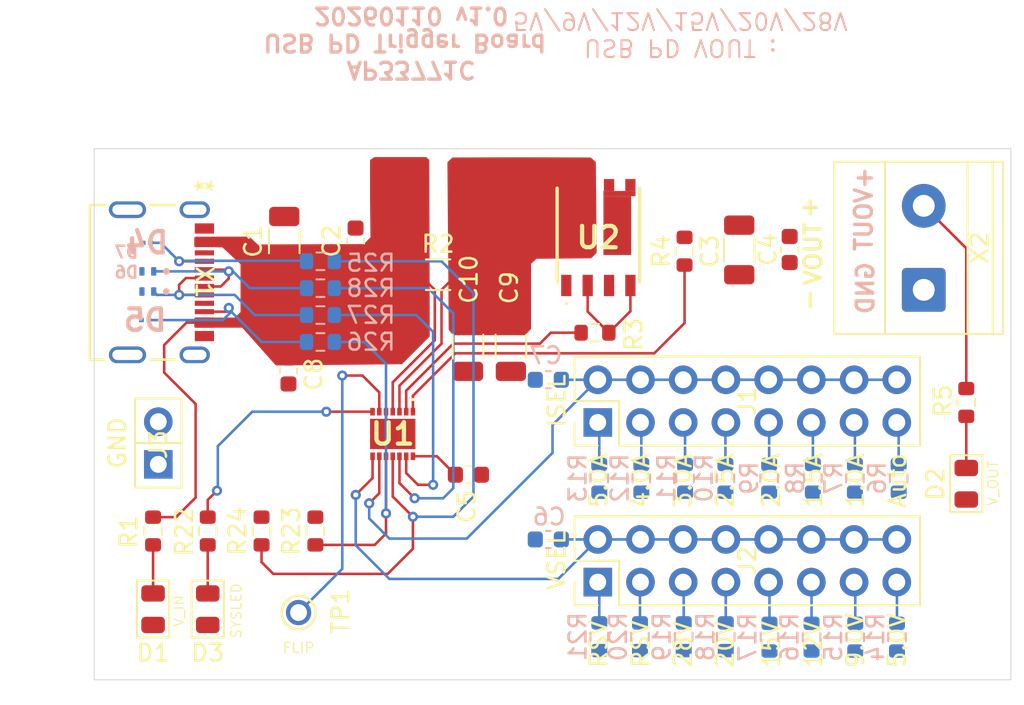
<source format=kicad_pcb>
(kicad_pcb (version 20241229) (generator "pcbnew") (generator_version "9.0")
  (layers (0 "F.Cu" signal) (2 "B.Cu" power) (13 "F.Paste" user) (15 "B.Paste" user) (5 "F.SilkS" user "F.Silkscreen") (7 "B.SilkS" user "B.Silkscreen") (1 "F.Mask" user) (3 "B.Mask" user) (25 "Edge.Cuts" user))
  (net 0 "")
  (net 1 "GND")
  (net 2 "/VBUS")
  (net 3 "/VOUT")
  (net 4 "Net-(U1-V5V)")
  (net 5 "Net-(J2-Pin_10)")
  (net 6 "Net-(J1-Pin_10)")
  (net 7 "Net-(U1-VCC)")
  (net 8 "Net-(D1-A)")
  (net 9 "Net-(D2-A)")
  (net 10 "Net-(D3-A)")
  (net 11 "/CC2")
  (net 12 "/CC1")
  (net 13 "/DP")
  (net 14 "/DN")
  (net 15 "Net-(J1-Pin_11)")
  (net 16 "Net-(J1-Pin_15)")
  (net 17 "Net-(J1-Pin_13)")
  (net 18 "Net-(J1-Pin_5)")
  (net 19 "Net-(J1-Pin_9)")
  (net 20 "Net-(J1-Pin_7)")
  (net 21 "Net-(J1-Pin_3)")
  (net 22 "Net-(J1-Pin_1)")
  (net 23 "Net-(J2-Pin_1)")
  (net 24 "Net-(J2-Pin_5)")
  (net 25 "Net-(J2-Pin_13)")
  (net 26 "Net-(J2-Pin_15)")
  (net 27 "Net-(J2-Pin_9)")
  (net 28 "Net-(J2-Pin_7)")
  (net 29 "Net-(J2-Pin_3)")
  (net 30 "Net-(J2-Pin_11)")
  (net 31 "Net-(U1-PWR_EN)")
  (net 32 "Net-(U2-G1)")
  (net 33 "Net-(U1-VOUT)")
  (net 34 "Net-(U1-LED)")
  (net 35 "Net-(U1-CC2)")
  (net 36 "Net-(U1-CC1)")
  (net 37 "Net-(U1-DP)")
  (net 38 "Net-(U1-DN)")
  (net 39 "Net-(U1-FLIP)")
  (net 40 "Net-(U2-S1)")
  (footprint "Capacitor_SMD:C_1206_3216Metric" (layer "F.Cu") (at 99.525 83.275 -90)
    (property "Reference" "C9")
    (property "Value" "10uF/50V")
  )
  (footprint "Capacitor_SMD:C_1206_3216Metric" (layer "F.Cu") (at 96.975 83.275 -90)
    (property "Reference" "C10")
    (property "Value" "10uF/50V")
  )
  (footprint "Resistor_SMD:R_0603_1608Metric" (layer "F.Cu") (at 84.7 94.25 90)
    (property "Reference" "R24")
    (property "Value" "5.1k")
  )
  (footprint "Capacitor_SMD:C_0603_1608Metric" (layer "F.Cu") (at 86.3 84.725 -90)
    (property "Reference" "C8")
    (property "Value" "100nF")
  )
  (footprint "Connector_PinHeader_2.54mm:PinHeader_1x02_P2.54mm_Vertical" (layer "F.Cu") (at 78.56 90.285 180)
    (property "Reference" "J3")
    (property "Value" "Conn_01x02")
  )
  (footprint "Resistor_SMD:R_0603_1608Metric" (layer "F.Cu") (at 126.6 86.6 -90)
    (property "Reference" "R5")
    (property "Value" "100k")
  )
  (footprint "LED_SMD:LED_0805_2012Metric" (layer "F.Cu") (at 126.6 91.4375 90)
    (property "Reference" "D2")
    (property "Value" "LED")
  )
  (footprint "Capacitor_SMD:C_0603_1608Metric" (layer "F.Cu") (at 116.1 77.5 -90)
    (property "Reference" "C4")
    (property "Value" "100nF")
  )
  (footprint "LED_SMD:LED_0805_2012Metric" (layer "F.Cu") (at 81.5 98.9 90)
    (property "Reference" "D3")
    (property "Value" "LED")
  )
  (footprint "Capacitor_SMD:C_0603_1608Metric" (layer "F.Cu") (at 90.29 77 90)
    (property "Reference" "C2")
    (property "Value" "100nF")
  )
  (footprint "Resistor_SMD:R_0603_1608Metric" (layer "F.Cu") (at 109.85 77.6 -90)
    (property "Reference" "R4")
    (property "Value" "200R")
  )
  (footprint "Connector_PinHeader_2.54mm:PinHeader_2x08_P2.54mm_Vertical" (layer "F.Cu") (at 104.69 97.29 90)
    (property "Reference" "J2")
    (property "Value" "Conn_02x08_Odd_Even")
  )
  (footprint "Resistor_SMD:R_0603_1608Metric" (layer "F.Cu") (at 81.5 94.25 -90)
    (property "Reference" "R22")
    (property "Value" "1k")
  )
  (footprint "Resistor_SMD:R_1206_3216Metric" (layer "F.Cu") (at 95.2 79)
    (property "Reference" "R2")
    (property "Value" "5mR")
  )
  (footprint "Resistor_SMD:R_0603_1608Metric" (layer "F.Cu") (at 104.525 82.45 180)
    (property "Reference" "R3")
    (property "Value" "6.2k")
  )
  (footprint "Resistor_SMD:R_0603_1608Metric" (layer "F.Cu") (at 78.25 94.25 -90)
    (property "Reference" "R1")
    (property "Value" "100k")
  )
  (footprint "TerminalBlock_Phoenix:TerminalBlock_Phoenix_MKDS-1,5-2_1x02_P5.00mm_Horizontal" (layer "F.Cu") (at 124.0725 79.9 90)
    (property "Reference" "X2")
    (property "Value" "Screw_Terminal_01x02")
  )
  (footprint "Capacitor_SMD:C_0603_1608Metric" (layer "F.Cu") (at 97 90.9)
    (property "Reference" "C5")
    (property "Value" "1uF/50V")
  )
  (footprint "Capacitor_SMD:C_1206_3216Metric" (layer "F.Cu") (at 86.05 77.01 90)
    (property "Reference" "C1")
    (property "Value" "10uF/50V")
  )
  (footprint "Connector_PinHeader_2.54mm:PinHeader_2x08_P2.54mm_Vertical" (layer "F.Cu") (at 104.69 87.79 90)
    (property "Reference" "J1")
    (property "Value" "Conn_02x08_Odd_Even")
  )
  (footprint "footprints:HP8KB7TB1" (layer "F.Cu") (at 104.725 76.65)
    (property "Reference" "U2")
    (property "Value" "HP8KB7TB1" (hide yes))
  )
  (footprint "TestPoint:TestPoint_Keystone_5000-5004_Miniature" (layer "F.Cu") (at 86.9 99.1)
    (property "Reference" "TP1")
    (property "Value" "TestPoint")
  )
  (footprint "Capacitor_SMD:C_1206_3216Metric" (layer "F.Cu") (at 113.1 77.525 -90)
    (property "Reference" "C3")
    (property "Value" "10uF/50V")
  )
  (footprint "LED_SMD:LED_0805_2012Metric" (layer "F.Cu") (at 78.25 98.9 90)
    (property "Reference" "D1")
    (property "Value" "LED")
  )
  (footprint "Resistor_SMD:R_0603_1608Metric" (layer "F.Cu") (at 87.9 94.25 90)
    (property "Reference" "R23")
    (property "Value" "5.1k")
  )
  (footprint "footprints:2171790001_MOL" (layer "F.Cu") (at 78 79.450001 -90)
    (property "Reference" "X1")
    (property "Value" "2171790001")
  )
  (footprint "footprints:AP33771CFBZ13FA01" (layer "F.Cu") (at 92.5 88.475 180)
    (property "Reference" "U1")
    (property "Value" "AP33771C" (hide yes))
  )
  (footprint "Resistor_SMD:R_0603_1608Metric" (layer "B.Cu") (at 109.8 100.54 -90)
    (property "Reference" "R19")
    (property "Value" "26.1k")
  )
  (footprint "Resistor_SMD:R_0603_1608Metric" (layer "B.Cu") (at 104.78 100.54 -90)
    (property "Reference" "R21")
    (property "Value" "5.1k")
  )
  (footprint "Resistor_SMD:R_0603_1608Metric" (layer "B.Cu") (at 104.78 91.115 -90)
    (property "Reference" "R13")
    (property "Value" "5.1k")
  )
  (footprint "Resistor_SMD:R_0603_1608Metric" (layer "B.Cu") (at 112.3 100.54 -90)
    (property "Reference" "R18")
    (property "Value" "39k")
  )
  (footprint "Resistor_SMD:R_0603_1608Metric" (layer "B.Cu") (at 112.28 91.115 -90)
    (property "Reference" "R10")
    (property "Value" "39k")
  )
  (footprint "Resistor_SMD:R_0603_1608Metric" (layer "B.Cu") (at 122.48 100.565 -90)
    (property "Reference" "R14")
    (property "Value" "100k")
  )
  (footprint "Resistor_SMD:R_0603_1608Metric" (layer "B.Cu") (at 88.2 78.2)
    (property "Reference" "R25")
    (property "Value" "0R")
  )
  (footprint "Resistor_SMD:R_0603_1608Metric" (layer "B.Cu") (at 120 100.565 -90)
    (property "Reference" "R15")
    (property "Value" "82k")
  )
  (footprint "Resistor_SMD:R_0603_1608Metric" (layer "B.Cu") (at 88.2 79.8)
    (property "Reference" "R28")
    (property "Value" "0R")
  )
  (footprint "Capacitor_SMD:C_0603_1608Metric" (layer "B.Cu") (at 101.75 85.25 180)
    (property "Reference" "C7")
    (property "Value" "10nF/50V")
  )
  (footprint "Resistor_SMD:R_0603_1608Metric" (layer "B.Cu") (at 88.2 83)
    (property "Reference" "R26")
    (property "Value" "0R")
  )
  (footprint "Resistor_SMD:R_0603_1608Metric" (layer "B.Cu") (at 119.98 91.115 -90)
    (property "Reference" "R7")
    (property "Value" "82k")
  )
  (footprint "Capacitor_SMD:C_0603_1608Metric" (layer "B.Cu") (at 101.75 94.75 180)
    (property "Reference" "C6")
    (property "Value" "10nF/50V")
  )
  (footprint "Resistor_SMD:R_0603_1608Metric" (layer "B.Cu") (at 109.88 91.115 -90)
    (property "Reference" "R11")
    (property "Value" "26.1k")
  )
  (footprint "footprints:ESD441DPLR" (layer "B.Cu") (at 77.88 77.1 180)
    (property "Reference" "D4")
    (property "Value" "ESD441DPLR" (hide yes))
  )
  (footprint "Resistor_SMD:R_0603_1608Metric" (layer "B.Cu") (at 122.58 91.115 -90)
    (property "Reference" "R6")
    (property "Value" "100k")
  )
  (footprint "Resistor_SMD:R_0603_1608Metric" (layer "B.Cu") (at 114.9 100.565 -90)
    (property "Reference" "R17")
    (property "Value" "51k")
  )
  (footprint "Resistor_SMD:R_0603_1608Metric" (layer "B.Cu") (at 117.48 91.115 -90)
    (property "Reference" "R8")
    (property "Value" "66.5k")
  )
  (footprint "Resistor_SMD:R_0603_1608Metric" (layer "B.Cu") (at 114.88 91.115 -90)
    (property "Reference" "R9")
    (property "Value" "51k")
  )
  (footprint "Resistor_SMD:R_0603_1608Metric" (layer "B.Cu") (at 107.28 91.115 -90)
    (property "Reference" "R12")
    (property "Value" "15k")
  )
  (footprint "footprints:ESD321DPYR" (layer "B.Cu") (at 77.9375 80 180)
    (property "Reference" "D6")
    (property "Value" "ESD321DPYR")
  )
  (footprint "footprints:ESD321DPYR" (layer "B.Cu") (at 77.9375 78.8 180)
    (property "Reference" "D7")
    (property "Value" "ESD321DPYR")
  )
  (footprint "Resistor_SMD:R_0603_1608Metric" (layer "B.Cu") (at 88.2 81.4)
    (property "Reference" "R27")
    (property "Value" "0R")
  )
  (footprint "Resistor_SMD:R_0603_1608Metric" (layer "B.Cu") (at 117.4 100.565 -90)
    (property "Reference" "R16")
    (property "Value" "66.5k")
  )
  (footprint "footprints:ESD441DPLR" (layer "B.Cu") (at 77.78 81.7 180)
    (property "Reference" "D5")
    (property "Value" "ESD441DPLR" (hide yes))
  )
  (footprint "Resistor_SMD:R_0603_1608Metric" (layer "B.Cu") (at 107.2 100.54 -90)
    (property "Reference" "R20")
    (property "Value" "15k")
  )
  (gr_line (start 74.75 71.5) (end 74.75 103.1) (stroke (width 0.05)) (layer "Edge.Cuts"))
  (gr_line (start 129.25 103.1) (end 129.25 71.5) (stroke (width 0.05)) (layer "Edge.Cuts"))
  (gr_line (start 74.75 103.1) (end 129.25 103.1) (stroke (width 0.05)) (layer "Edge.Cuts"))
  (gr_line (start 129.25 71.5) (end 74.75 71.5) (stroke (width 0.05)) (layer "Edge.Cuts"))
  (gr_text "VSEL" (at 102.25 96 90) (layer "F.SilkS") (effects (font (size 1 1))))
  (gr_text "V_OUT" (at 128.2 91.4 90) (layer "F.SilkS") (effects (font (size 0.6 0.6) (thickness 0.075))))
  (gr_text "28V" (at 109.75 101 90) (layer "F.SilkS") (effects (font (size 1 1))))
  (gr_text "15V" (at 115 101 90) (layer "F.SilkS") (effects (font (size 1 1))))
  (gr_text "2.0A" (at 115 91.25 90) (layer "F.SilkS") (effects (font (size 1 1))))
  (gr_text "SYSLED" (at 83.2 99 90) (layer "F.SilkS") (effects (font (size 0.6 0.6) (thickness 0.075))))
  (gr_text "GND" (at 76.14 89.01 90) (layer "F.SilkS") (effects (font (size 1 1))))
  (gr_text "4.0A" (at 107.25 91.25 90) (layer "F.SilkS") (effects (font (size 1 1))))
  (gr_text "3.0A" (at 109.75 91.25 90) (layer "F.SilkS") (effects (font (size 1 1))))
  (gr_text "5.0A" (at 104.75 91.25 90) (layer "F.SilkS") (effects (font (size 1 1))))
  (gr_text "12V" (at 117.5 101 90) (layer "F.SilkS") (effects (font (size 1 1))))
  (gr_text "RSV" (at 107.25 100.97619 90) (layer "F.SilkS") (effects (font (size 1 1))))
  (gr_text "20V" (at 112.25 101 90) (layer "F.SilkS") (effects (font (size 1 1))))
  (gr_text "5.0V" (at 122.5 100.761905 90) (layer "F.SilkS") (effects (font (size 1 1))))
  (gr_text "ISEL" (at 102.25 86.5 90) (layer "F.SilkS") (effects (font (size 1 1))))
  (gr_text "RSV" (at 104.75 100.97619 90) (layer "F.SilkS") (effects (font (size 1 1))))
  (gr_text "1.0A" (at 120 91.25 90) (layer "F.SilkS") (effects (font (size 1 1))))
  (gr_text "-" (at 117.25 80.5 90) (layer "F.SilkS") (effects (font (size 1 1) (thickness 0.2) (bold yes))))
  (gr_text "V_IN" (at 79.8 99 90) (layer "F.SilkS") (effects (font (size 0.6 0.6) (thickness 0.075))))
  (gr_text "9.0V" (at 120 100.761905 90) (layer "F.SilkS") (effects (font (size 1 1))))
  (gr_text "2.5A" (at 112.25 91.25 90) (layer "F.SilkS") (effects (font (size 1 1))))
  (gr_text "1.5A" (at 117.5 91.25 90) (layer "F.SilkS") (effects (font (size 1 1))))
  (gr_text "Auto" (at 122.5 91.249999 90) (layer "F.SilkS") (effects (font (size 1 1))))
  (gr_text "VOUT" (at 117.5 77.75 90) (layer "F.SilkS") (effects (font (size 1 1) (thickness 0.2) (bold yes))))
  (gr_text "+" (at 117.25 75 90) (layer "F.SilkS") (effects (font (size 1 1) (thickness 0.2) (bold yes))))
  (gr_text "FLIP" (at 86.9 101.2 0) (layer "F.SilkS") (effects (font (size 0.6 0.6) (thickness 0.075))))
  (gr_text "AP33771C\nUSB PD Trigger Board \n20260110 v1.0" (at 93.6 65.2 180) (layer "B.SilkS") (effects (font (size 1 1) (thickness 0.2) (bold yes)) (justify mirror)))
  (gr_text "+VOUT" (at 120.5 75.1 90) (layer "B.SilkS") (effects (font (size 1 1) (thickness 0.2) (bold yes)) (justify mirror)))
  (gr_text "USB PD VOUT :\n5V/9V/12V/15V/20V/28V" (at 109.6 64.7 180) (layer "B.SilkS") (effects (font (size 1 1) (thickness 0.125)) (justify mirror)))
  (gr_text "GND" (at 120.6 79.8 90) (layer "B.SilkS") (effects (font (size 1 1) (thickness 0.2) (bold yes)) (justify mirror)))
  (segment (start 92.1 87.15) (end 92.1 88.075) (width 0.152) (layer "F.Cu") (net 1))
  (segment (start 92.1 88.075) (end 92.5 88.475) (width 0.152) (layer "F.Cu") (net 1))
  (segment (start 78.25 93.425) (end 79.615 93.425) (width 0.152) (layer "F.Cu") (net 2))
  (segment (start 92.5 87.15) (end 92.5 85.4) (width 0.152) (layer "F.Cu") (net 2))
  (segment (start 80.78 86.69) (end 78.91 84.82) (width 0.152) (layer "F.Cu") (net 2))
  (segment (start 79.615 93.425) (end 80.78 92.26) (width 0.152) (layer "F.Cu") (net 2))
  (segment (start 80.78 92.26) (end 80.78 86.69) (width 0.152) (layer "F.Cu") (net 2))
  (segment (start 92.5 85.4) (end 95 82.9) (width 0.152) (layer "F.Cu") (net 2))
  (segment (start 95 79.9) (end 94.1 79) (width 0.152) (layer "F.Cu") (net 2))
  (segment (start 80.239999 81.850001) (end 81.303199 81.850001) (width 0.152) (layer "F.Cu") (net 2))
  (segment (start 94.1 79) (end 93.5375 79) (width 0.152) (layer "F.Cu") (net 2))
  (segment (start 78.91 84.82) (end 78.91 83.18) (width 0.152) (layer "F.Cu") (net 2))
  (segment (start 78.91 83.18) (end 80.239999 81.850001) (width 0.152) (layer "F.Cu") (net 2))
  (segment (start 95 82.9) (end 95 79.9) (width 0.152) (layer "F.Cu") (net 2))
  (segment (start 126.6 85.775) (end 126.6 77.4275) (width 0.152) (layer "F.Cu") (net 3))
  (segment (start 126.6 77.4275) (end 124.0725 74.9) (width 0.152) (layer "F.Cu") (net 3))
  (segment (start 95.125 89.8) (end 96.225 90.9) (width 0.152) (layer "F.Cu") (net 4))
  (segment (start 93.7 89.8) (end 95.125 89.8) (width 0.152) (layer "F.Cu") (net 4))
  (segment (start 91.3 91.1) (end 90.3 92.1) (width 0.152) (layer "F.Cu") (net 5))
  (segment (start 91.3 89.8) (end 91.3 91.1) (width 0.152) (layer "F.Cu") (net 5))
  (via (at 90.3 92.1) (size 0.6) (drill 0.3) (layers "F.Cu" "B.Cu") (net 5))
  (segment (start 90.3 92.1) (end 90.3 95.1) (width 0.152) (layer "B.Cu") (net 5))
  (segment (start 114.85 94.75) (end 112.31 94.75) (width 0.152) (layer "B.Cu") (net 5))
  (segment (start 119.93 94.75) (end 117.39 94.75) (width 0.152) (layer "B.Cu") (net 5))
  (segment (start 122.47 94.75) (end 119.93 94.75) (width 0.152) (layer "B.Cu") (net 5))
  (segment (start 102.525 94.75) (end 104.69 94.75) (width 0.152) (layer "B.Cu") (net 5))
  (segment (start 107.23 94.75) (end 104.69 94.75) (width 0.152) (layer "B.Cu") (net 5))
  (segment (start 90.3 95.1) (end 92.3 97.1) (width 0.152) (layer "B.Cu") (net 5))
  (segment (start 117.39 94.75) (end 114.85 94.75) (width 0.152) (layer "B.Cu") (net 5))
  (segment (start 102.34 97.1) (end 104.69 94.75) (width 0.152) (layer "B.Cu") (net 5))
  (segment (start 109.77 94.75) (end 107.23 94.75) (width 0.152) (layer "B.Cu") (net 5))
  (segment (start 112.31 94.75) (end 109.77 94.75) (width 0.152) (layer "B.Cu") (net 5))
  (segment (start 92.3 97.1) (end 102.34 97.1) (width 0.152) (layer "B.Cu") (net 5))
  (segment (start 91.7 92) (end 91.1 92.6) (width 0.152) (layer "F.Cu") (net 6))
  (segment (start 91.7 89.8) (end 91.7 92) (width 0.152) (layer "F.Cu") (net 6))
  (via (at 91.1 92.6) (size 0.6) (drill 0.3) (layers "F.Cu" "B.Cu") (net 6))
  (segment (start 107.23 85.25) (end 104.69 85.25) (width 0.152) (layer "B.Cu") (net 6))
  (segment (start 102 87.94) (end 102 89.6) (width 0.152) (layer "B.Cu") (net 6))
  (segment (start 112.31 85.25) (end 109.77 85.25) (width 0.152) (layer "B.Cu") (net 6))
  (segment (start 104.69 85.25) (end 102.525 85.25) (width 0.152) (layer "B.Cu") (net 6))
  (segment (start 102 89.6) (end 96.9 94.7) (width 0.152) (layer "B.Cu") (net 6))
  (segment (start 122.47 85.25) (end 119.93 85.25) (width 0.152) (layer "B.Cu") (net 6))
  (segment (start 104.69 85.25) (end 102 87.94) (width 0.152) (layer "B.Cu") (net 6))
  (segment (start 119.93 85.25) (end 117.39 85.25) (width 0.152) (layer "B.Cu") (net 6))
  (segment (start 92.3 94.7) (end 91.1 93.5) (width 0.152) (layer "B.Cu") (net 6))
  (segment (start 114.85 85.25) (end 112.31 85.25) (width 0.152) (layer "B.Cu") (net 6))
  (segment (start 109.77 85.25) (end 107.23 85.25) (width 0.152) (layer "B.Cu") (net 6))
  (segment (start 96.9 94.7) (end 92.3 94.7) (width 0.152) (layer "B.Cu") (net 6))
  (segment (start 117.39 85.25) (end 114.85 85.25) (width 0.152) (layer "B.Cu") (net 6))
  (segment (start 91.1 93.5) (end 91.1 92.6) (width 0.152) (layer "B.Cu") (net 6))
  (segment (start 92.9 87.15) (end 92.9 85.6) (width 0.152) (layer "F.Cu") (net 7))
  (segment (start 92.9 85.6) (end 95.4 83.1) (width 0.152) (layer "F.Cu") (net 7))
  (segment (start 95.4 83.1) (end 95.4 79.9) (width 0.152) (layer "F.Cu") (net 7))
  (segment (start 96.3 79) (end 96.4625 79) (width 0.152) (layer "F.Cu") (net 7))
  (segment (start 97.8625 78.9375) (end 97.8625 78.9) (width 0.152) (layer "F.Cu") (net 7))
  (segment (start 95.4 79.9) (end 96.3 79) (width 0.152) (layer "F.Cu") (net 7))
  (segment (start 78.25 95.075) (end 78.25 97.9625) (width 0.152) (layer "F.Cu") (net 8))
  (segment (start 126.6 87.425) (end 126.6 90.5) (width 0.152) (layer "F.Cu") (net 9))
  (segment (start 81.5 95.075) (end 81.5 97.9625) (width 0.152) (layer "F.Cu") (net 10))
  (segment (start 82.629939 81.200061) (end 81.303199 81.200061) (width 0.152) (layer "F.Cu") (net 11))
  (segment (start 82.7532 80.9752) (end 82.7532 81.0768) (width 0.152) (layer "F.Cu") (net 11))
  (segment (start 82.7532 81.0768) (end 82.629939 81.200061) (width 0.152) (layer "F.Cu") (net 11))
  (via (at 82.7532 80.9752) (size 0.6) (drill 0.3) (layers "F.Cu" "B.Cu") (net 11))
  (segment (start 82.8294 81.0514) (end 82.8294 81.129522) (width 0.152) (layer "B.Cu") (net 11))
  (segment (start 82.7532 80.9752) (end 82.8294 81.0514) (width 0.152) (layer "B.Cu") (net 11))
  (segment (start 82.4 81.7) (end 78 81.7) (width 0.152) (layer "B.Cu") (net 11))
  (segment (start 84.699878 83) (end 87.375 83) (width 0.152) (layer "B.Cu") (net 11))
  (segment (start 82.8294 81.2706) (end 82.4 81.7) (width 0.152) (layer "B.Cu") (net 11))
  (segment (start 82.8294 81.0514) (end 82.8294 81.2706) (width 0.152) (layer "B.Cu") (net 11))
  (segment (start 82.8294 81.129522) (end 84.699878 83) (width 0.152) (layer "B.Cu") (net 11))
  (segment (start 81.303199 78.200001) (end 79.8 78.2) (width 0.152) (layer "F.Cu") (net 12))
  (via (at 79.8 78.2) (size 0.6) (drill 0.3) (layers "F.Cu" "B.Cu") (net 12))
  (segment (start 79.829 78.171) (end 87.346 78.171) (width 0.152) (layer "B.Cu") (net 12))
  (segment (start 87.346 78.171) (end 87.375 78.2) (width 0.152) (layer "B.Cu") (net 12))
  (segment (start 79.8 78.2) (end 79.829 78.171) (width 0.152) (layer "B.Cu") (net 12))
  (segment (start 78.7 77.1) (end 78.1 77.1) (width 0.152) (layer "B.Cu") (net 12))
  (segment (start 79.8 78.2) (end 78.7 77.1) (width 0.152) (layer "B.Cu") (net 12))
  (segment (start 80.199999 79.200001) (end 79.8 79.6) (width 0.152) (layer "F.Cu") (net 13))
  (segment (start 81.303259 80.2) (end 81.303199 80.20006) (width 0.25) (layer "F.Cu") (net 13))
  (segment (start 81.303199 80.20006) (end 79.80006 80.20006) (width 0.152) (layer "F.Cu") (net 13))
  (segment (start 79.80006 80.20006) (end 79.8 80.2) (width 0.25) (layer "F.Cu") (net 13))
  (segment (start 79.8 79.6) (end 79.8 80.2) (width 0.152) (layer "F.Cu") (net 13))
  (segment (start 81.303199 79.200001) (end 80.199999 79.200001) (width 0.152) (layer "F.Cu") (net 13))
  (via (at 79.8 80.2) (size 0.6) (drill 0.3) (layers "F.Cu" "B.Cu") (net 13))
  (segment (start 84.3 81.4) (end 83.1 80.2) (width 0.152) (layer "B.Cu") (net 13))
  (segment (start 83.1 80.2) (end 79.8 80.2) (width 0.152) (layer "B.Cu") (net 13))
  (segment (start 87.375 81.4) (end 84.3 81.4) (width 0.152) (layer "B.Cu") (net 13))
  (segment (start 78.4875 80.2) (end 78.2875 80) (width 0.152) (layer "B.Cu") (net 13))
  (segment (start 79.8 80.2) (end 78.4875 80.2) (width 0.152) (layer "B.Cu") (net 13))
  (segment (start 82.75 79.225) (end 82.274999 79.700001) (width 0.152) (layer "F.Cu") (net 14))
  (segment (start 82.75 78.8) (end 82.75 79.225) (width 0.152) (layer "F.Cu") (net 14))
  (segment (start 82.75 78.8) (end 82.650061 78.700061) (width 0.152) (layer "F.Cu") (net 14))
  (segment (start 82.650061 78.700061) (end 81.303199 78.700061) (width 0.152) (layer "F.Cu") (net 14))
  (segment (start 82.274999 79.700001) (end 81.303199 79.700001) (width 0.152) (layer "F.Cu") (net 14))
  (via (at 82.75 78.8) (size 0.6) (drill 0.3) (layers "F.Cu" "B.Cu") (net 14))
  (segment (start 82.75 78.8) (end 83 78.8) (width 0.152) (layer "B.Cu") (net 14))
  (segment (start 82.75 78.8) (end 78.2875 78.8) (width 0.152) (layer "B.Cu") (net 14))
  (segment (start 84 79.8) (end 87.375 79.8) (width 0.152) (layer "B.Cu") (net 14))
  (segment (start 83 78.8) (end 84 79.8) (width 0.152) (layer "B.Cu") (net 14))
  (segment (start 117.48 90.29) (end 117.48 87.88) (width 0.152) (layer "B.Cu") (net 15))
  (segment (start 117.48 87.88) (end 117.39 87.79) (width 0.152) (layer "B.Cu") (net 15))
  (segment (start 122.58 87.9) (end 122.47 87.79) (width 0.152) (layer "B.Cu") (net 16))
  (segment (start 122.58 90.29) (end 122.58 87.9) (width 0.152) (layer "B.Cu") (net 16))
  (segment (start 119.98 90.29) (end 119.98 87.84) (width 0.152) (layer "B.Cu") (net 17))
  (segment (start 119.98 87.84) (end 119.93 87.79) (width 0.152) (layer "B.Cu") (net 17))
  (segment (start 109.88 87.9) (end 109.77 87.79) (width 0.152) (layer "B.Cu") (net 18))
  (segment (start 109.88 90.29) (end 109.88 87.9) (width 0.152) (layer "B.Cu") (net 18))
  (segment (start 114.88 87.82) (end 114.85 87.79) (width 0.152) (layer "B.Cu") (net 19))
  (segment (start 114.88 90.29) (end 114.88 87.82) (width 0.152) (layer "B.Cu") (net 19))
  (segment (start 112.28 90.29) (end 112.28 87.82) (width 0.152) (layer "B.Cu") (net 20))
  (segment (start 112.28 87.82) (end 112.31 87.79) (width 0.152) (layer "B.Cu") (net 20))
  (segment (start 107.28 87.84) (end 107.23 87.79) (width 0.152) (layer "B.Cu") (net 21))
  (segment (start 107.28 90.29) (end 107.28 87.84) (width 0.152) (layer "B.Cu") (net 21))
  (segment (start 104.78 90.29) (end 104.78 87.88) (width 0.152) (layer "B.Cu") (net 22))
  (segment (start 104.78 87.88) (end 104.69 87.79) (width 0.152) (layer "B.Cu") (net 22))
  (segment (start 104.78 97.38) (end 104.69 97.29) (width 0.152) (layer "B.Cu") (net 23))
  (segment (start 104.78 99.715) (end 104.78 97.38) (width 0.152) (layer "B.Cu") (net 23))
  (segment (start 109.8 97.32) (end 109.77 97.29) (width 0.152) (layer "B.Cu") (net 24))
  (segment (start 109.8 99.715) (end 109.8 97.32) (width 0.152) (layer "B.Cu") (net 24))
  (segment (start 120 99.74) (end 120 97.36) (width 0.152) (layer "B.Cu") (net 25))
  (segment (start 120 97.36) (end 119.93 97.29) (width 0.152) (layer "B.Cu") (net 25))
  (segment (start 122.48 97.3) (end 122.47 97.29) (width 0.152) (layer "B.Cu") (net 26))
  (segment (start 122.48 99.74) (end 122.48 97.3) (width 0.152) (layer "B.Cu") (net 26))
  (segment (start 114.9 97.34) (end 114.85 97.29) (width 0.152) (layer "B.Cu") (net 27))
  (segment (start 114.9 99.74) (end 114.9 97.34) (width 0.152) (layer "B.Cu") (net 27))
  (segment (start 112.3 97.3) (end 112.31 97.29) (width 0.152) (layer "B.Cu") (net 28))
  (segment (start 112.3 99.715) (end 112.3 97.3) (width 0.152) (layer "B.Cu") (net 28))
  (segment (start 107.2 99.715) (end 107.2 97.32) (width 0.152) (layer "B.Cu") (net 29))
  (segment (start 107.2 97.32) (end 107.23 97.29) (width 0.152) (layer "B.Cu") (net 29))
  (segment (start 117.4 99.74) (end 117.4 97.3) (width 0.152) (layer "B.Cu") (net 30))
  (segment (start 117.4 97.3) (end 117.39 97.29) (width 0.152) (layer "B.Cu") (net 30))
  (segment (start 101.9 82.45) (end 103.7 82.45) (width 0.152) (layer "F.Cu") (net 31))
  (segment (start 93.3 87.15) (end 93.3 85.9) (width 0.152) (layer "F.Cu") (net 31))
  (segment (start 101.25 83.1) (end 101.9 82.45) (width 0.152) (layer "F.Cu") (net 31))
  (segment (start 93.3 85.9) (end 96.1 83.1) (width 0.152) (layer "F.Cu") (net 31))
  (segment (start 96.1 83.1) (end 101.25 83.1) (width 0.152) (layer "F.Cu") (net 31))
  (segment (start 106.63 81.17) (end 106.63 79.638) (width 0.152) (layer "F.Cu") (net 32))
  (segment (start 105.35 82.45) (end 106.63 81.17) (width 0.152) (layer "F.Cu") (net 32))
  (segment (start 104.09 81.19) (end 104.09 79.638) (width 0.152) (layer "F.Cu") (net 32))
  (segment (start 105.35 82.45) (end 104.09 81.19) (width 0.152) (layer "F.Cu") (net 32))
  (segment (start 96.225 83.675) (end 108.05 83.675) (width 0.152) (layer "F.Cu") (net 33))
  (segment (start 109.85 81.875) (end 109.85 78.425) (width 0.152) (layer "F.Cu") (net 33))
  (segment (start 93.7 87.15) (end 93.7 86.2) (width 0.152) (layer "F.Cu") (net 33))
  (segment (start 108.05 83.675) (end 109.85 81.875) (width 0.152) (layer "F.Cu") (net 33))
  (segment (start 93.7 86.2) (end 96.225 83.675) (width 0.152) (layer "F.Cu") (net 33))
  (segment (start 88.55 87.15) (end 91.3 87.15) (width 0.152) (layer "F.Cu") (net 34))
  (segment (start 81.5 92.4) (end 82.05 91.85) (width 0.152) (layer "F.Cu") (net 34))
  (segment (start 81.5 93.425) (end 81.5 92.4) (width 0.152) (layer "F.Cu") (net 34))
  (via (at 88.55 87.15) (size 0.6) (drill 0.3) (layers "F.Cu" "B.Cu") (net 34))
  (via (at 82.05 91.85) (size 0.6) (drill 0.3) (layers "F.Cu" "B.Cu") (net 34))
  (segment (start 84.15 87.15) (end 88.55 87.15) (width 0.152) (layer "B.Cu") (net 34))
  (segment (start 82.1 91.8) (end 82.1 89.2) (width 0.152) (layer "B.Cu") (net 34))
  (segment (start 82.1 89.2) (end 84.15 87.15) (width 0.152) (layer "B.Cu") (net 34))
  (segment (start 82.05 91.85) (end 82.1 91.8) (width 0.152) (layer "B.Cu") (net 34))
  (segment (start 92.1 93.2) (end 92.1 94.4) (width 0.152) (layer "F.Cu") (net 35))
  (segment (start 91.425 95.075) (end 87.9 95.075) (width 0.152) (layer "F.Cu") (net 35))
  (segment (start 92.1 89.8) (end 92.1 93.2) (width 0.152) (layer "F.Cu") (net 35))
  (segment (start 92.1 94.4) (end 91.425 95.075) (width 0.152) (layer "F.Cu") (net 35))
  (via (at 92.1 93.2) (size 0.6) (drill 0.3) (layers "F.Cu" "B.Cu") (net 35))
  (segment (start 90.8 83) (end 89.025 83) (width 0.152) (layer "B.Cu") (net 35))
  (segment (start 92.1 84.3) (end 90.8 83) (width 0.152) (layer "B.Cu") (net 35))
  (segment (start 92.1 93.2) (end 92.1 84.3) (width 0.152) (layer "B.Cu") (net 35))
  (segment (start 92.5 92.2) (end 93.7 93.4) (width 0.152) (layer "F.Cu") (net 36))
  (segment (start 85.4 96.8) (end 84.7 96.1) (width 0.152) (layer "F.Cu") (net 36))
  (segment (start 93.7 95.3) (end 92.2 96.8) (width 0.152) (layer "F.Cu") (net 36))
  (segment (start 92.5 89.8) (end 92.5 92.2) (width 0.152) (layer "F.Cu") (net 36))
  (segment (start 93.7 93.4) (end 93.7 95.3) (width 0.152) (layer "F.Cu") (net 36))
  (segment (start 92.2 96.8) (end 85.4 96.8) (width 0.152) (layer "F.Cu") (net 36))
  (segment (start 84.7 96.1) (end 84.7 95.075) (width 0.152) (layer "F.Cu") (net 36))
  (via (at 93.7 93.4) (size 0.6) (drill 0.3) (layers "F.Cu" "B.Cu") (net 36))
  (segment (start 96.1 93.4) (end 93.7 93.4) (width 0.152) (layer "B.Cu") (net 36))
  (segment (start 95.4 78.2) (end 97.3 80.1) (width 0.152) (layer "B.Cu") (net 36))
  (segment (start 97.3 80.1) (end 97.3 92.2) (width 0.152) (layer "B.Cu") (net 36))
  (segment (start 89.025 78.2) (end 95.4 78.2) (width 0.152) (layer "B.Cu") (net 36))
  (segment (start 97.3 92.2) (end 96.1 93.4) (width 0.152) (layer "B.Cu") (net 36))
  (segment (start 94 91.5) (end 93.3 90.8) (width 0.152) (layer "F.Cu") (net 37))
  (segment (start 93.3 90.8) (end 93.3 89.8) (width 0.152) (layer "F.Cu") (net 37))
  (segment (start 94.9 91.5) (end 94 91.5) (width 0.152) (layer "F.Cu") (net 37))
  (via (at 94.9 91.5) (size 0.6) (drill 0.3) (layers "F.Cu" "B.Cu") (net 37))
  (segment (start 89.025 81.4) (end 93.9 81.4) (width 0.152) (layer "B.Cu") (net 37))
  (segment (start 93.9 81.4) (end 94.9 82.4) (width 0.152) (layer "B.Cu") (net 37))
  (segment (start 94.9 82.4) (end 94.9 91.5) (width 0.152) (layer "B.Cu") (net 37))
  (segment (start 92.9 91.4) (end 92.9 89.8) (width 0.152) (layer "F.Cu") (net 38))
  (segment (start 93.8 92.3) (end 92.9 91.4) (width 0.152) (layer "F.Cu") (net 38))
  (via (at 93.8 92.3) (size 0.6) (drill 0.3) (layers "F.Cu" "B.Cu") (net 38))
  (segment (start 96.1 91.7) (end 95.5 92.3) (width 0.152) (layer "B.Cu") (net 38))
  (segment (start 89.025 79.8) (end 94.6 79.8) (width 0.152) (layer "B.Cu") (net 38))
  (segment (start 94.6 79.8) (end 96.1 81.3) (width 0.152) (layer "B.Cu") (net 38))
  (segment (start 95.5 92.3) (end 93.8 92.3) (width 0.152) (layer "B.Cu") (net 38))
  (segment (start 96.1 81.3) (end 96.1 91.7) (width 0.152) (layer "B.Cu") (net 38))
  (segment (start 91.7 87.15) (end 91.7 86) (width 0.152) (layer "F.Cu") (net 39))
  (segment (start 91.7 86) (end 90.7 85) (width 0.152) (layer "F.Cu") (net 39))
  (segment (start 90.7 85) (end 89.5 85) (width 0.152) (layer "F.Cu") (net 39))
  (via (at 89.5 85) (size 0.6) (drill 0.3) (layers "F.Cu" "B.Cu") (net 39))
  (segment (start 86.9 99.1) (end 89.5 96.5) (width 0.152) (layer "B.Cu") (net 39))
  (segment (start 89.5 96.5) (end 89.5 85) (width 0.152) (layer "B.Cu") (net 39))
  (zone (net 2) (net_name "/VBUS") (layer "F.Cu") (connect_pads yes (clearance 0.15)) (min_thickness 0.15) (fill yes (thermal_gap 0.5) (thermal_bridge_width 0.5))
    (polygon (pts (xy 80.7212 76.7334) (xy 83.9724 76.7334) (xy 84.475 77.2) (xy 90.775 77.175) (xy 91.175 76.775) (xy 91.15 74.375) (xy 91.15 72.175) (xy 91.475 71.95) (xy 94.45 71.95) (xy 94.675 72.175) (xy 94.7 82.675) (xy 93.05 84.325) (xy 85.55 84.4) (xy 83.55 82.15) (xy 80.7 82.15) (xy 80.7 81.55) (xy 83.1 81.55) (xy 83.45 81.225) (xy 83.45 78.375) (xy 82.375 77.375) (xy 80.7 77.35) (xy 80.7 76.75)))
  )
  (zone (net 7) (net_name "Net-(U1-VCC)") (layer "F.Cu") (priority 1) (connect_pads yes (clearance 0.15)) (min_thickness 0.15) (fill yes (thermal_gap 0.5) (thermal_bridge_width 0.5))
    (polygon (pts (xy 95.8 78.425) (xy 95.825 82.275) (xy 96.1 82.6) (xy 100.375 82.6) (xy 100.725 82.225) (xy 100.725 78.35) (xy 101.05 78.05) (xy 104.3 78.025) (xy 104.625 77.7) (xy 104.575 72.3) (xy 104.275 72.025) (xy 100.0375 72.0125) (xy 96.05 72.025) (xy 95.75 72.3)))
  )
)
</source>
